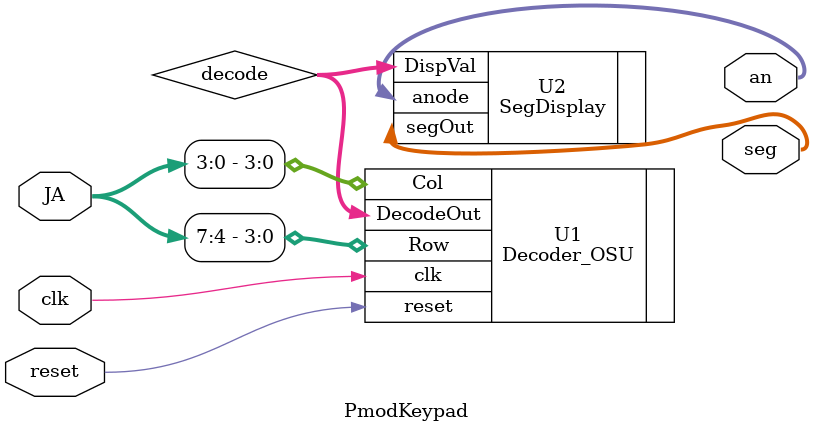
<source format=v>
`timescale 1ns / 1ps


module PmodKeypad(
    input clk,
    input reset,
    inout wire [7:0] JA,
    output wire [3:0] an,
    output wire [6:0] seg
    );
    
//Wire to display enable
wire [3:0] decode;

//Rows are inputs and Columns are outputs
Decoder_OSU U1 (.clk(clk), .reset(reset), .Row(JA[7:4]), .Col(JA[3:0]), .DecodeOut(decode));
SegDisplay U2 (.DispVal(decode), .anode(an), .segOut(seg));

endmodule
</source>
